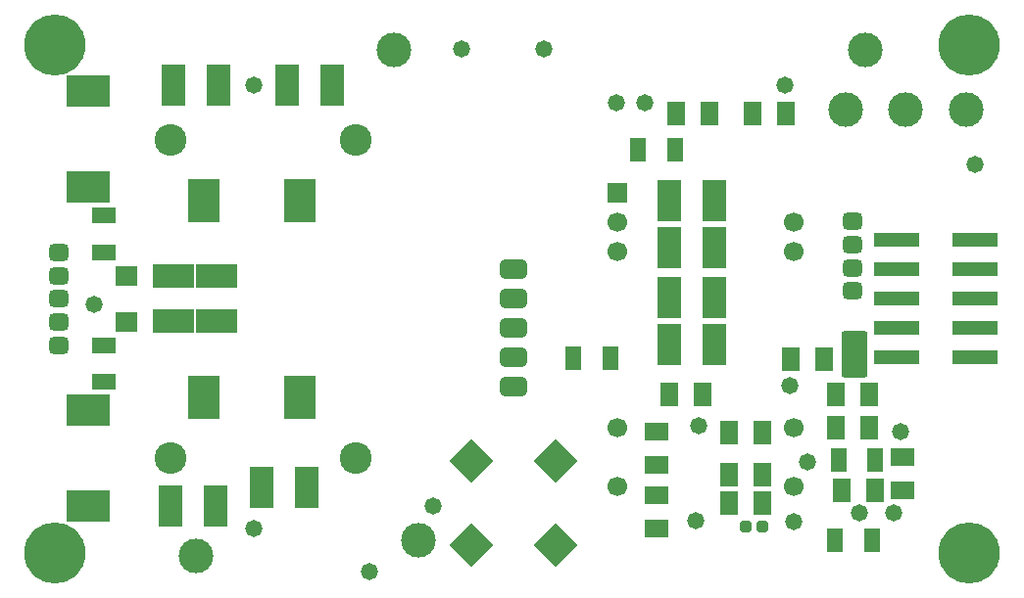
<source format=gbs>
G04*
G04 #@! TF.GenerationSoftware,Altium Limited,Altium Designer,20.1.7 (139)*
G04*
G04 Layer_Color=8150272*
%FSLAX25Y25*%
%MOIN*%
G70*
G04*
G04 #@! TF.SameCoordinates,98BAC387-3A70-427A-9A39-C9BDDE23891B*
G04*
G04*
G04 #@! TF.FilePolarity,Negative*
G04*
G01*
G75*
%ADD22R,0.08280X0.14186*%
%ADD26C,0.20800*%
G04:AMPARAMS|DCode=27|XSize=59.18mil|YSize=67.06mil|CornerRadius=16.8mil|HoleSize=0mil|Usage=FLASHONLY|Rotation=90.000|XOffset=0mil|YOffset=0mil|HoleType=Round|Shape=RoundedRectangle|*
%AMROUNDEDRECTD27*
21,1,0.05918,0.03347,0,0,90.0*
21,1,0.02559,0.06706,0,0,90.0*
1,1,0.03359,0.01673,0.01280*
1,1,0.03359,0.01673,-0.01280*
1,1,0.03359,-0.01673,-0.01280*
1,1,0.03359,-0.01673,0.01280*
%
%ADD27ROUNDEDRECTD27*%
G04:AMPARAMS|DCode=28|XSize=93mil|YSize=68mil|CornerRadius=19mil|HoleSize=0mil|Usage=FLASHONLY|Rotation=0.000|XOffset=0mil|YOffset=0mil|HoleType=Round|Shape=RoundedRectangle|*
%AMROUNDEDRECTD28*
21,1,0.09300,0.03000,0,0,0.0*
21,1,0.05500,0.06800,0,0,0.0*
1,1,0.03800,0.02750,-0.01500*
1,1,0.03800,-0.02750,-0.01500*
1,1,0.03800,-0.02750,0.01500*
1,1,0.03800,0.02750,0.01500*
%
%ADD28ROUNDEDRECTD28*%
%ADD29C,0.10800*%
%ADD30R,0.06693X0.06693*%
%ADD31C,0.06693*%
%ADD32C,0.05800*%
%ADD65R,0.08280X0.05524*%
%ADD66R,0.14186X0.08280*%
%ADD67R,0.11024X0.14567*%
%ADD68R,0.14567X0.11024*%
%ADD69R,0.05918X0.07887*%
%ADD70R,0.05524X0.08280*%
G04:AMPARAMS|DCode=71|XSize=39.5mil|YSize=39.5mil|CornerRadius=8.72mil|HoleSize=0mil|Usage=FLASHONLY|Rotation=270.000|XOffset=0mil|YOffset=0mil|HoleType=Round|Shape=RoundedRectangle|*
%AMROUNDEDRECTD71*
21,1,0.03950,0.02205,0,0,270.0*
21,1,0.02205,0.03950,0,0,270.0*
1,1,0.01745,-0.01102,-0.01102*
1,1,0.01745,-0.01102,0.01102*
1,1,0.01745,0.01102,0.01102*
1,1,0.01745,0.01102,-0.01102*
%
%ADD71ROUNDEDRECTD71*%
%ADD72R,0.07887X0.05918*%
%ADD73R,0.15564X0.04737*%
G04:AMPARAMS|DCode=74|XSize=158mil|YSize=88mil|CornerRadius=8mil|HoleSize=0mil|Usage=FLASHONLY|Rotation=90.000|XOffset=0mil|YOffset=0mil|HoleType=Round|Shape=RoundedRectangle|*
%AMROUNDEDRECTD74*
21,1,0.15800,0.07200,0,0,90.0*
21,1,0.14200,0.08800,0,0,90.0*
1,1,0.01600,0.03600,0.07100*
1,1,0.01600,0.03600,-0.07100*
1,1,0.01600,-0.03600,-0.07100*
1,1,0.01600,-0.03600,0.07100*
%
%ADD74ROUNDEDRECTD74*%
%ADD75P,0.15274X4X270.0*%
%ADD76R,0.07493X0.06706*%
%ADD77C,0.11800*%
D22*
X50984Y27953D02*
D03*
X66339D02*
D03*
X97441Y34252D02*
D03*
X82087D02*
D03*
X236177Y83000D02*
D03*
X220823D02*
D03*
X236177Y99000D02*
D03*
X220823D02*
D03*
X236177Y116000D02*
D03*
X220823D02*
D03*
X236177Y132000D02*
D03*
X220823D02*
D03*
X90748Y171260D02*
D03*
X106102D02*
D03*
X52165D02*
D03*
X67520D02*
D03*
D26*
X322835Y185039D02*
D03*
X11811D02*
D03*
X322835Y11811D02*
D03*
X11811D02*
D03*
D27*
X283071Y101181D02*
D03*
Y109055D02*
D03*
Y124803D02*
D03*
Y116929D02*
D03*
X12992Y114173D02*
D03*
Y98425D02*
D03*
Y106299D02*
D03*
Y90551D02*
D03*
Y82677D02*
D03*
D28*
X167717Y108583D02*
D03*
Y98583D02*
D03*
Y88583D02*
D03*
Y78583D02*
D03*
Y68583D02*
D03*
D29*
X114000Y44275D02*
D03*
Y152575D02*
D03*
X51181D02*
D03*
Y44275D02*
D03*
D30*
X202992Y134567D02*
D03*
D31*
Y124567D02*
D03*
Y114567D02*
D03*
Y54567D02*
D03*
Y34567D02*
D03*
X262992D02*
D03*
Y54567D02*
D03*
Y114567D02*
D03*
Y124567D02*
D03*
D32*
X297244Y25591D02*
D03*
X285433D02*
D03*
X202756Y165354D02*
D03*
X212598D02*
D03*
X299606Y53150D02*
D03*
X261811Y68898D02*
D03*
X140551Y27953D02*
D03*
X118898Y5512D02*
D03*
X79528Y20079D02*
D03*
X260138Y171161D02*
D03*
X324705Y144390D02*
D03*
X267717Y42913D02*
D03*
X262992Y22441D02*
D03*
X25197Y96457D02*
D03*
X79528Y171161D02*
D03*
X150000Y183465D02*
D03*
X177953D02*
D03*
X229921Y22835D02*
D03*
X230709Y55236D02*
D03*
D65*
X28346Y114173D02*
D03*
Y126772D02*
D03*
Y82677D02*
D03*
Y70079D02*
D03*
D66*
X51968Y90748D02*
D03*
Y106102D02*
D03*
X66929Y90748D02*
D03*
Y106102D02*
D03*
D67*
X95079Y64961D02*
D03*
X62402D02*
D03*
Y131890D02*
D03*
X95079D02*
D03*
D68*
X23228Y27756D02*
D03*
Y60433D02*
D03*
Y136417D02*
D03*
Y169095D02*
D03*
D69*
X273425Y77953D02*
D03*
X262008D02*
D03*
X277362Y65748D02*
D03*
X288779D02*
D03*
X290748Y33071D02*
D03*
X279331D02*
D03*
X252559Y28740D02*
D03*
X241142D02*
D03*
Y38583D02*
D03*
X252559D02*
D03*
X220669Y65748D02*
D03*
X232087D02*
D03*
X260433Y161417D02*
D03*
X249016D02*
D03*
X277362Y54567D02*
D03*
X288779D02*
D03*
X241142Y52756D02*
D03*
X252559D02*
D03*
X234449Y161417D02*
D03*
X223031D02*
D03*
D70*
X289764Y16142D02*
D03*
X277165D02*
D03*
X210236Y149213D02*
D03*
X222835D02*
D03*
X188189Y78347D02*
D03*
X200787D02*
D03*
X278346Y43701D02*
D03*
X290945D02*
D03*
D71*
X246654Y20866D02*
D03*
X252559D02*
D03*
D72*
X216535Y31496D02*
D03*
Y20079D02*
D03*
Y53347D02*
D03*
Y41929D02*
D03*
X300197Y44685D02*
D03*
Y33268D02*
D03*
D73*
X324705Y98425D02*
D03*
X298130D02*
D03*
X324705Y88425D02*
D03*
X298130D02*
D03*
X324705Y78425D02*
D03*
X298130D02*
D03*
Y108425D02*
D03*
Y118425D02*
D03*
X324705Y108425D02*
D03*
Y118425D02*
D03*
D74*
X283858Y79528D02*
D03*
D75*
X182043Y14567D02*
D03*
Y43067D02*
D03*
X153543Y14567D02*
D03*
Y43067D02*
D03*
D76*
X36220Y90551D02*
D03*
Y106299D02*
D03*
D77*
X321654Y162992D02*
D03*
X301181D02*
D03*
X280709D02*
D03*
X287402Y183071D02*
D03*
X59842Y11024D02*
D03*
X135433Y16142D02*
D03*
X127165Y183071D02*
D03*
M02*

</source>
